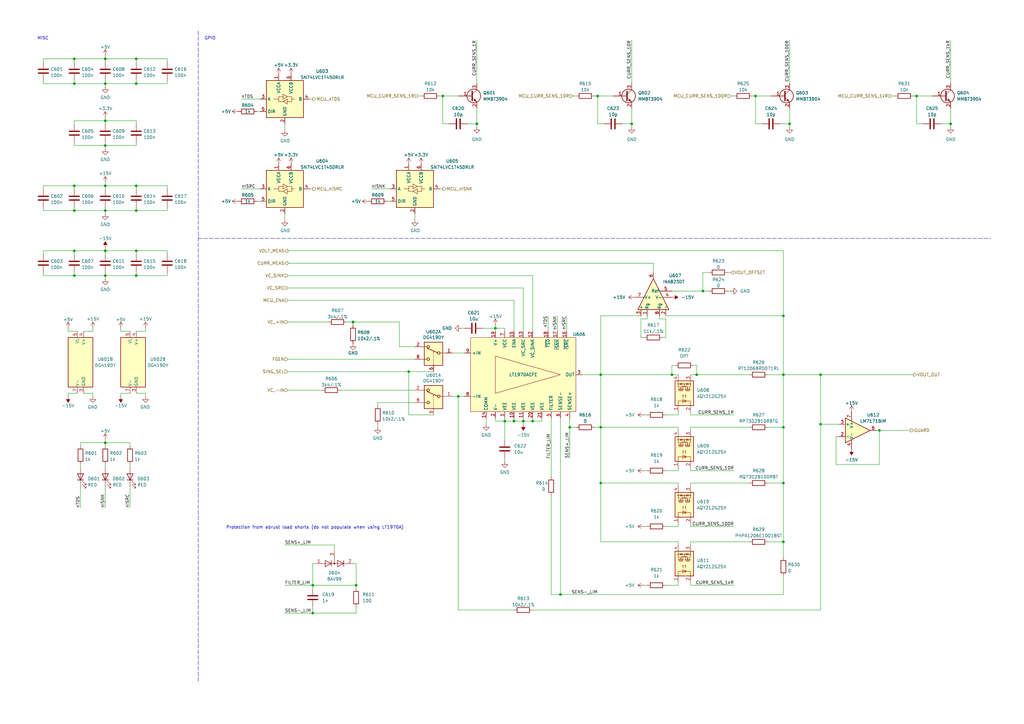
<source format=kicad_sch>
(kicad_sch (version 20211123) (generator eeschema)
  (paper "A3")
  (lib_symbols
    (symbol "Amplifier_Operational:LM7171xIM" (pin_names (offset 0.127))
      (property "Reference" "U" (at 0 6.35 0))
      (property "Value" "LM7171xIM" (at 0 3.81 0))
      (symbol "LM7171xIM_1_1"
        (pin no_connect line (at 0 7.62 270) (length 5.08) hide (name "NC") (number "1"))
        (pin input line (at -7.62 -2.54 0) (length 2.54) (name "-") (number "2"))
        (pin input line (at -7.62 2.54 0) (length 2.54) (name "+") (number "3"))
        (pin power_in line (at -2.54 -7.62 90) (length 3.81) (name "V-") (number "4"))
        (pin no_connect line (at 0 -7.62 90) (length 5.08) hide (name "NC") (number "5"))
        (pin output line (at 7.62 0 180) (length 2.54) (name "~") (number "6"))
        (pin power_in line (at -2.54 7.62 270) (length 3.81) (name "V+") (number "7"))
        (pin no_connect line (at 2.54 -7.62 90) (length 6.35) hide (name "NC") (number "8"))
      )
    )
    (symbol "Analog_Switch:DG419xY" (pin_names (offset 0.254))
      (property "Reference" "U" (at -3.175 4.699 0))
      (property "Value" "DG419xY" (at -3.175 2.921 0))
      (symbol "DG419xY_1_1"
        (pin passive line (at -7.62 -2.54 0) (length 2.54) (name "~") (number "1"))
        (pin passive line (at 7.62 0 180) (length 2.54) (name "~") (number "2"))
        (pin input line (at 0 -10.16 90) (length 2.54) (name "~") (number "6"))
        (pin passive line (at 7.62 -5.08 180) (length 2.54) (name "~") (number "8"))
      )
      (symbol "DG419xY_2_0"
        (pin power_in line (at 0 -12.7 90) (length 2.54) (name "GND") (number "3"))
        (pin power_in line (at 0 12.7 270) (length 2.54) (name "V+") (number "4"))
        (pin power_in line (at 2.54 12.7 270) (length 2.54) (name "VL") (number "5"))
        (pin power_in line (at 2.54 -12.7 90) (length 2.54) (name "V-") (number "7"))
      )
    )
    (symbol "Device:C" (pin_numbers hide) (pin_names (offset 0.254))
      (property "Reference" "C" (at 0.635 2.54 0))
      (property "Value" "C" (at 0.635 -2.54 0))
      (symbol "C_1_1"
        (pin passive line (at 0 3.81 270) (length 2.794) (name "~") (number "1"))
        (pin passive line (at 0 -3.81 90) (length 2.794) (name "~") (number "2"))
      )
    )
    (symbol "Device:LED" (pin_numbers hide) (pin_names (offset 1.016) hide)
      (property "Reference" "D" (at 0 2.54 0))
      (property "Value" "LED" (at 0 -2.54 0))
      (symbol "LED_1_1"
        (pin passive line (at -3.81 0 0) (length 2.54) (name "K") (number "1"))
        (pin passive line (at 3.81 0 180) (length 2.54) (name "A") (number "2"))
      )
    )
    (symbol "Device:R" (pin_numbers hide) (pin_names (offset 0))
      (property "Reference" "R" (at 2.032 0 90))
      (property "Value" "R" (at 0 0 90))
      (symbol "R_1_1"
        (pin passive line (at 0 3.81 270) (length 1.27) (name "~") (number "1"))
        (pin passive line (at 0 -3.81 90) (length 1.27) (name "~") (number "2"))
      )
    )
    (symbol "Diode:BAV99" (pin_names hide)
      (property "Reference" "D" (at 0 5.08 0))
      (property "Value" "BAV99" (at 0 2.54 0))
      (symbol "BAV99_1_1"
        (pin passive line (at -7.62 0 0) (length 2.54) (name "K") (number "1"))
        (pin passive line (at 7.62 0 180) (length 2.54) (name "A") (number "2"))
        (pin passive line (at 0 -5.08 90) (length 2.54) (name "K") (number "3"))
      )
    )
    (symbol "ETH1CSMU2:AQY212GS" (pin_names (offset 1.016))
      (property "Reference" "U" (at 0 7.62 0))
      (property "Value" "AQY212GS" (at 0 5.08 0))
      (symbol "AQY212GS_1_1"
        (pin passive line (at -7.62 2.54 0) (length 2.54) (name "~") (number "1"))
        (pin passive line (at -7.62 -2.54 0) (length 2.54) (name "~") (number "2"))
        (pin passive line (at 7.62 -2.54 180) (length 2.54) (name "~") (number "3"))
        (pin passive line (at 7.62 2.54 180) (length 2.54) (name "~") (number "4"))
      )
    )
    (symbol "ETH1CSMU2:INA823" (pin_names (offset 0.127))
      (property "Reference" "U" (at 3.81 3.175 0))
      (property "Value" "INA823" (at 3.81 -3.175 0))
      (symbol "INA823_1_1"
        (pin passive line (at -7.62 2.54 0) (length 2.54) (name "Rg") (number "1"))
        (pin input line (at -7.62 -5.08 0) (length 2.54) (name "-") (number "2"))
        (pin input line (at -7.62 5.08 0) (length 2.54) (name "+") (number "3"))
        (pin power_in line (at 0 -7.62 90) (length 3.81) (name "V-") (number "4"))
        (pin input line (at 2.54 -7.62 90) (length 5.08) (name "Ref") (number "5"))
        (pin output line (at 10.16 0 180) (length 2.54) (name "~") (number "6"))
        (pin power_in line (at 0 7.62 270) (length 3.81) (name "V+") (number "7"))
        (pin passive line (at -7.62 -2.54 0) (length 2.54) (name "Rg") (number "8"))
      )
    )
    (symbol "LT1970_1"
      (property "Reference" "U" (at 0 29.21 0))
      (property "Value" "LT1970_1" (at 0 26.67 0))
      (symbol "LT1970_1_0_0"
        (pin passive line (at -7.62 -17.78 90) (length 2.54) (name "VEE") (number "1"))
        (pin passive line (at -3.81 -17.78 90) (length 2.54) (name "VEE") (number "10"))
        (pin passive line (at 0 -17.78 90) (length 2.54) (name "VEE") (number "11"))
        (pin passive line (at 3.81 17.78 270) (length 2.54) (name "VC_SINK") (number "12"))
        (pin passive line (at 0 17.78 270) (length 2.54) (name "VC_SRC") (number "13"))
        (pin passive line (at -15.24 -17.78 90) (length 2.54) (name "COMM") (number "14"))
        (pin input line (at -3.81 17.78 270) (length 2.54) (name "ENA") (number "15"))
        (pin output line (at 17.78 17.78 270) (length 2.54) (name "~{ISRC}") (number "16"))
        (pin output line (at 13.97 17.78 270) (length 2.54) (name "~{ISNK}") (number "17"))
        (pin output line (at 10.16 17.78 270) (length 2.54) (name "~{TSD}") (number "18"))
        (pin passive line (at -11.43 17.78 270) (length 2.54) (name "V+") (number "19"))
        (pin passive line (at -11.43 -17.78 90) (length 2.54) (name "V-") (number "2"))
        (pin passive line (at 3.81 -17.78 90) (length 2.54) (name "VEE") (number "20"))
        (pin passive line (at 7.62 -17.78 90) (length 2.54) (name "VEE") (number "21"))
        (pin output line (at 24.13 0 180) (length 2.54) (name "OUT") (number "3"))
        (pin input line (at 19.05 -17.78 90) (length 2.54) (name "SENSE+") (number "4"))
        (pin input line (at 11.43 -17.78 90) (length 2.54) (name "FILTER") (number "5"))
        (pin input line (at 15.24 -17.78 90) (length 2.54) (name "SENSE-") (number "6"))
        (pin passive line (at -7.62 17.78 270) (length 2.54) (name "VCC") (number "7"))
        (pin input line (at -24.13 -8.89 0) (length 2.54) (name "-IN") (number "8"))
        (pin input line (at -24.13 8.89 0) (length 2.54) (name "+IN") (number "9"))
      )
    )
    (symbol "Logic_LevelTranslator:SN74LVC1T45DBV"
      (property "Reference" "U" (at -6.35 8.89 0))
      (property "Value" "SN74LVC1T45DBV" (at 3.81 8.89 0))
      (symbol "SN74LVC1T45DBV_1_1"
        (pin power_in line (at -2.54 10.16 270) (length 2.54) (name "VCCA") (number "1"))
        (pin power_in line (at 0 -10.16 90) (length 2.54) (name "GND") (number "2"))
        (pin bidirectional line (at -10.16 0 0) (length 2.54) (name "A") (number "3"))
        (pin bidirectional line (at 10.16 0 180) (length 2.54) (name "B") (number "4"))
        (pin input line (at -10.16 -5.08 0) (length 2.54) (name "DIR") (number "5"))
        (pin power_in line (at 2.54 10.16 270) (length 2.54) (name "VCCB") (number "6"))
      )
    )
    (symbol "Transistor_BJT:MMBT3904" (pin_names (offset 0) hide)
      (property "Reference" "Q" (at 5.08 1.905 0))
      (property "Value" "MMBT3904" (at 5.08 0 0))
      (symbol "MMBT3904_1_1"
        (pin input line (at -5.08 0 0) (length 5.715) (name "B") (number "1"))
        (pin passive line (at 2.54 -5.08 90) (length 2.54) (name "E") (number "2"))
        (pin passive line (at 2.54 5.08 270) (length 2.54) (name "C") (number "3"))
      )
    )
    (symbol "power:+15V" (power) (pin_names (offset 0))
      (property "Value" "+15V" (at 0 3.556 0))
      (symbol "+15V_1_1"
        (pin power_in line (at 0 0 90) (length 0) hide (name "+15V") (number "1"))
      )
    )
    (symbol "power:+3.3V" (power) (pin_names (offset 0))
      (property "Value" "+3.3V" (at 0 3.556 0))
      (symbol "+3.3V_1_1"
        (pin power_in line (at 0 0 90) (length 0) hide (name "+3.3V") (number "1"))
      )
    )
    (symbol "power:+5V" (power) (pin_names (offset 0))
      (property "Value" "+5V" (at 0 3.556 0))
      (symbol "+5V_1_1"
        (pin power_in line (at 0 0 90) (length 0) hide (name "+5V") (number "1"))
      )
    )
    (symbol "power:-15V" (power) (pin_names (offset 0))
      (property "Value" "-15V" (at 0 3.81 0))
      (symbol "-15V_0_0"
        (pin power_in line (at 0 0 90) (length 0) hide (name "-15V") (number "1"))
      )
    )
    (symbol "power:GND" (power) (pin_names (offset 0))
      (property "Value" "GND" (at 0 -3.81 0))
      (symbol "GND_1_1"
        (pin power_in line (at 0 0 270) (length 0) hide (name "GND") (number "1"))
      )
    )
  )
  (junction (at 43.18 49.53))
  (junction (at 245.11 39.37))
  (junction (at 43.18 24.13))
  (junction (at 146.05 240.03))
  (junction (at 30.48 102.87))
  (junction (at 285.75 153.67))
  (junction (at 30.48 24.13))
  (junction (at 218.44 172.72))
  (junction (at 246.38 175.26))
  (junction (at 375.92 39.37))
  (junction (at 30.48 34.29))
  (junction (at 55.88 102.87))
  (junction (at 128.27 251.46))
  (junction (at 321.31 153.67))
  (junction (at 55.88 34.29))
  (junction (at 246.38 153.67))
  (junction (at 30.48 113.03))
  (junction (at 55.88 86.36))
  (junction (at 321.31 175.26))
  (junction (at 275.59 153.67))
  (junction (at 336.55 173.99))
  (junction (at 144.78 132.08))
  (junction (at 55.88 113.03))
  (junction (at 229.87 243.84))
  (junction (at 233.68 175.26))
  (junction (at 55.88 24.13))
  (junction (at 187.96 162.56))
  (junction (at 246.38 198.12))
  (junction (at 210.82 172.72))
  (junction (at 30.48 76.2))
  (junction (at 321.31 222.25))
  (junction (at 30.48 86.36))
  (junction (at 43.18 76.2))
  (junction (at 55.88 76.2))
  (junction (at 43.18 34.29))
  (junction (at 43.18 181.61))
  (junction (at 43.18 113.03))
  (junction (at 207.01 172.72))
  (junction (at 336.55 153.67))
  (junction (at 43.18 86.36))
  (junction (at 128.27 240.03))
  (junction (at 214.63 172.72))
  (junction (at 167.64 152.4))
  (junction (at 360.68 176.53))
  (junction (at 389.89 50.8))
  (junction (at 43.18 59.69))
  (junction (at 181.61 39.37))
  (junction (at 259.08 50.8))
  (junction (at 309.88 39.37))
  (junction (at 321.31 198.12))
  (junction (at 323.85 50.8))
  (junction (at 203.2 134.62))
  (junction (at 321.31 129.54))
  (junction (at 288.29 119.38))
  (junction (at 195.58 50.8))
  (junction (at 43.18 102.87))
  (wire (pts (xy 336.55 250.19) (xy 336.55 173.99)))
  (wire (pts (xy 181.61 39.37) (xy 187.96 39.37)))
  (wire (pts (xy 27.94 162.56) (xy 27.94 161.29)))
  (wire (pts (xy 43.18 74.93) (xy 43.18 76.2)))
  (wire (pts (xy 187.96 162.56) (xy 187.96 250.19)))
  (wire (pts (xy 199.39 173.99) (xy 199.39 171.45)))
  (wire (pts (xy 214.63 172.72) (xy 218.44 172.72)))
  (wire (pts (xy 360.68 176.53) (xy 359.41 176.53)))
  (wire (pts (xy 27.94 134.62) (xy 27.94 135.89)))
  (wire (pts (xy 128.27 251.46) (xy 128.27 248.92)))
  (wire (pts (xy 233.68 175.26) (xy 236.22 175.26)))
  (wire (pts (xy 30.48 85.09) (xy 30.48 86.36)))
  (wire (pts (xy 226.06 171.45) (xy 226.06 195.58)))
  (wire (pts (xy 43.18 58.42) (xy 43.18 59.69)))
  (wire (pts (xy 137.16 226.06) (xy 137.16 223.52)))
  (wire (pts (xy 187.96 162.56) (xy 190.5 162.56)))
  (wire (pts (xy 68.58 86.36) (xy 68.58 85.09)))
  (wire (pts (xy 271.78 138.43) (xy 273.05 138.43)))
  (wire (pts (xy 128.27 240.03) (xy 128.27 241.3)))
  (wire (pts (xy 278.13 175.26) (xy 246.38 175.26)))
  (wire (pts (xy 43.18 113.03) (xy 43.18 111.76)))
  (wire (pts (xy 273.05 138.43) (xy 273.05 130.81)))
  (wire (pts (xy 33.02 190.5) (xy 33.02 191.77)))
  (wire (pts (xy 163.83 142.24) (xy 163.83 132.08)))
  (wire (pts (xy 259.08 34.29) (xy 259.08 16.51)))
  (wire (pts (xy 207.01 187.96) (xy 207.01 189.23)))
  (wire (pts (xy 180.34 39.37) (xy 181.61 39.37)))
  (wire (pts (xy 262.89 130.81) (xy 262.89 138.43)))
  (wire (pts (xy 116.84 251.46) (xy 128.27 251.46)))
  (wire (pts (xy 299.72 39.37) (xy 300.99 39.37)))
  (wire (pts (xy 210.82 123.19) (xy 210.82 135.89)))
  (wire (pts (xy 167.64 170.18) (xy 177.8 170.18)))
  (wire (pts (xy 273.05 170.18) (xy 278.13 170.18)))
  (wire (pts (xy 53.34 135.89) (xy 49.53 135.89)))
  (wire (pts (xy 218.44 113.03) (xy 218.44 135.89)))
  (wire (pts (xy 246.38 129.54) (xy 246.38 153.67)))
  (wire (pts (xy 144.78 132.08) (xy 144.78 133.35)))
  (wire (pts (xy 246.38 198.12) (xy 246.38 222.25)))
  (wire (pts (xy 118.11 132.08) (xy 134.62 132.08)))
  (wire (pts (xy 320.04 50.8) (xy 323.85 50.8)))
  (wire (pts (xy 30.48 76.2) (xy 17.78 76.2)))
  (wire (pts (xy 278.13 198.12) (xy 246.38 198.12)))
  (wire (pts (xy 17.78 111.76) (xy 17.78 113.03)))
  (polyline (pts (xy 81.28 97.79) (xy 406.4 97.79)))
  (wire (pts (xy 55.88 24.13) (xy 43.18 24.13)))
  (wire (pts (xy 170.18 87.63) (xy 170.18 90.17)))
  (wire (pts (xy 386.08 50.8) (xy 389.89 50.8)))
  (wire (pts (xy 43.18 49.53) (xy 30.48 49.53)))
  (wire (pts (xy 283.21 191.77) (xy 283.21 193.04)))
  (wire (pts (xy 375.92 39.37) (xy 382.27 39.37)))
  (wire (pts (xy 55.88 86.36) (xy 68.58 86.36)))
  (wire (pts (xy 118.11 107.95) (xy 267.97 107.95)))
  (wire (pts (xy 273.05 129.54) (xy 321.31 129.54)))
  (wire (pts (xy 207.01 134.62) (xy 203.2 134.62)))
  (wire (pts (xy 321.31 129.54) (xy 321.31 153.67)))
  (wire (pts (xy 246.38 153.67) (xy 275.59 153.67)))
  (wire (pts (xy 43.18 86.36) (xy 55.88 86.36)))
  (wire (pts (xy 68.58 24.13) (xy 55.88 24.13)))
  (wire (pts (xy 53.34 190.5) (xy 53.34 191.77)))
  (wire (pts (xy 181.61 77.47) (xy 180.34 77.47)))
  (wire (pts (xy 299.72 119.38) (xy 298.45 119.38)))
  (wire (pts (xy 59.69 134.62) (xy 59.69 135.89)))
  (wire (pts (xy 273.05 240.03) (xy 278.13 240.03)))
  (wire (pts (xy 307.34 222.25) (xy 283.21 222.25)))
  (wire (pts (xy 224.79 129.54) (xy 224.79 135.89)))
  (wire (pts (xy 128.27 40.64) (xy 127 40.64)))
  (wire (pts (xy 43.18 190.5) (xy 43.18 191.77)))
  (wire (pts (xy 203.2 134.62) (xy 203.2 135.89)))
  (wire (pts (xy 278.13 223.52) (xy 278.13 222.25)))
  (wire (pts (xy 55.88 49.53) (xy 43.18 49.53)))
  (wire (pts (xy 283.21 240.03) (xy 300.99 240.03)))
  (wire (pts (xy 30.48 24.13) (xy 17.78 24.13)))
  (wire (pts (xy 17.78 33.02) (xy 17.78 34.29)))
  (wire (pts (xy 43.18 101.6) (xy 43.18 102.87)))
  (wire (pts (xy 43.18 59.69) (xy 43.18 60.96)))
  (wire (pts (xy 218.44 171.45) (xy 218.44 172.72)))
  (wire (pts (xy 17.78 113.03) (xy 30.48 113.03)))
  (wire (pts (xy 321.31 153.67) (xy 314.96 153.67)))
  (wire (pts (xy 321.31 129.54) (xy 321.31 102.87)))
  (wire (pts (xy 118.11 113.03) (xy 218.44 113.03)))
  (wire (pts (xy 43.18 59.69) (xy 55.88 59.69)))
  (wire (pts (xy 99.06 77.47) (xy 106.68 77.47)))
  (wire (pts (xy 30.48 58.42) (xy 30.48 59.69)))
  (wire (pts (xy 146.05 240.03) (xy 146.05 241.3)))
  (wire (pts (xy 265.43 129.54) (xy 265.43 130.81)))
  (wire (pts (xy 284.48 149.86) (xy 285.75 149.86)))
  (wire (pts (xy 273.05 215.9) (xy 278.13 215.9)))
  (wire (pts (xy 210.82 250.19) (xy 187.96 250.19)))
  (polyline (pts (xy 81.28 12.7) (xy 81.28 279.4)))
  (wire (pts (xy 68.58 34.29) (xy 68.58 33.02)))
  (wire (pts (xy 312.42 50.8) (xy 309.88 50.8)))
  (wire (pts (xy 43.18 180.34) (xy 43.18 181.61)))
  (wire (pts (xy 144.78 231.14) (xy 146.05 231.14)))
  (wire (pts (xy 298.45 111.76) (xy 299.72 111.76)))
  (wire (pts (xy 59.69 161.29) (xy 55.88 161.29)))
  (wire (pts (xy 118.11 152.4) (xy 167.64 152.4)))
  (wire (pts (xy 146.05 251.46) (xy 146.05 248.92)))
  (wire (pts (xy 17.78 34.29) (xy 30.48 34.29)))
  (wire (pts (xy 344.17 179.07) (xy 342.9 179.07)))
  (wire (pts (xy 43.18 199.39) (xy 43.18 208.28)))
  (wire (pts (xy 207.01 172.72) (xy 207.01 180.34)))
  (wire (pts (xy 283.21 168.91) (xy 283.21 170.18)))
  (wire (pts (xy 17.78 85.09) (xy 17.78 86.36)))
  (wire (pts (xy 264.16 215.9) (xy 265.43 215.9)))
  (wire (pts (xy 233.68 175.26) (xy 233.68 187.96)))
  (wire (pts (xy 285.75 153.67) (xy 307.34 153.67)))
  (wire (pts (xy 43.18 77.47) (xy 43.18 76.2)))
  (wire (pts (xy 43.18 48.26) (xy 43.18 49.53)))
  (wire (pts (xy 49.53 161.29) (xy 53.34 161.29)))
  (wire (pts (xy 68.58 77.47) (xy 68.58 76.2)))
  (wire (pts (xy 228.6 129.54) (xy 228.6 135.89)))
  (wire (pts (xy 170.18 142.24) (xy 163.83 142.24)))
  (wire (pts (xy 30.48 76.2) (xy 30.48 77.47)))
  (wire (pts (xy 163.83 132.08) (xy 144.78 132.08)))
  (wire (pts (xy 30.48 24.13) (xy 30.48 25.4)))
  (wire (pts (xy 68.58 25.4) (xy 68.58 24.13)))
  (wire (pts (xy 30.48 34.29) (xy 43.18 34.29)))
  (wire (pts (xy 43.18 113.03) (xy 43.18 114.3)))
  (wire (pts (xy 167.64 152.4) (xy 177.8 152.4)))
  (wire (pts (xy 17.78 76.2) (xy 17.78 77.47)))
  (wire (pts (xy 55.88 24.13) (xy 55.88 25.4)))
  (wire (pts (xy 288.29 111.76) (xy 288.29 119.38)))
  (wire (pts (xy 55.88 102.87) (xy 43.18 102.87)))
  (wire (pts (xy 128.27 251.46) (xy 146.05 251.46)))
  (wire (pts (xy 55.88 34.29) (xy 68.58 34.29)))
  (wire (pts (xy 68.58 76.2) (xy 55.88 76.2)))
  (wire (pts (xy 360.68 176.53) (xy 373.38 176.53)))
  (wire (pts (xy 129.54 231.14) (xy 128.27 231.14)))
  (wire (pts (xy 99.06 40.64) (xy 106.68 40.64)))
  (wire (pts (xy 106.68 45.72) (xy 105.41 45.72)))
  (wire (pts (xy 128.27 77.47) (xy 127 77.47)))
  (wire (pts (xy 234.95 39.37) (xy 236.22 39.37)))
  (wire (pts (xy 323.85 34.29) (xy 323.85 16.51)))
  (wire (pts (xy 171.45 39.37) (xy 172.72 39.37)))
  (wire (pts (xy 43.18 86.36) (xy 43.18 87.63)))
  (wire (pts (xy 43.18 34.29) (xy 43.18 35.56)))
  (wire (pts (xy 321.31 236.22) (xy 321.31 243.84)))
  (wire (pts (xy 246.38 175.26) (xy 246.38 198.12)))
  (wire (pts (xy 17.78 24.13) (xy 17.78 25.4)))
  (wire (pts (xy 283.21 198.12) (xy 283.21 199.39)))
  (wire (pts (xy 43.18 34.29) (xy 55.88 34.29)))
  (wire (pts (xy 43.18 34.29) (xy 43.18 33.02)))
  (wire (pts (xy 31.75 135.89) (xy 27.94 135.89)))
  (wire (pts (xy 59.69 162.56) (xy 59.69 161.29)))
  (wire (pts (xy 323.85 50.8) (xy 323.85 44.45)))
  (wire (pts (xy 264.16 170.18) (xy 265.43 170.18)))
  (wire (pts (xy 195.58 50.8) (xy 195.58 52.07)))
  (wire (pts (xy 49.53 162.56) (xy 49.53 161.29)))
  (wire (pts (xy 184.15 50.8) (xy 181.61 50.8)))
  (wire (pts (xy 55.88 77.47) (xy 55.88 76.2)))
  (wire (pts (xy 273.05 130.81) (xy 270.51 130.81)))
  (wire (pts (xy 283.21 222.25) (xy 283.21 223.52)))
  (wire (pts (xy 27.94 161.29) (xy 31.75 161.29)))
  (wire (pts (xy 243.84 39.37) (xy 245.11 39.37)))
  (wire (pts (xy 43.18 104.14) (xy 43.18 102.87)))
  (wire (pts (xy 185.42 162.56) (xy 187.96 162.56)))
  (wire (pts (xy 278.13 191.77) (xy 278.13 193.04)))
  (wire (pts (xy 17.78 102.87) (xy 17.78 104.14)))
  (wire (pts (xy 55.88 76.2) (xy 43.18 76.2)))
  (wire (pts (xy 160.02 82.55) (xy 158.75 82.55)))
  (wire (pts (xy 55.88 33.02) (xy 55.88 34.29)))
  (wire (pts (xy 229.87 243.84) (xy 321.31 243.84)))
  (wire (pts (xy 53.34 181.61) (xy 53.34 182.88)))
  (wire (pts (xy 181.61 50.8) (xy 181.61 39.37)))
  (wire (pts (xy 262.89 138.43) (xy 264.16 138.43)))
  (wire (pts (xy 314.96 222.25) (xy 321.31 222.25)))
  (wire (pts (xy 43.18 181.61) (xy 53.34 181.61)))
  (wire (pts (xy 378.46 50.8) (xy 375.92 50.8)))
  (wire (pts (xy 38.1 135.89) (xy 34.29 135.89)))
  (wire (pts (xy 43.18 49.53) (xy 43.18 50.8)))
  (wire (pts (xy 195.58 34.29) (xy 195.58 16.51)))
  (wire (pts (xy 314.96 198.12) (xy 321.31 198.12)))
  (wire (pts (xy 309.88 39.37) (xy 316.23 39.37)))
  (wire (pts (xy 43.18 113.03) (xy 55.88 113.03)))
  (wire (pts (xy 43.18 22.86) (xy 43.18 24.13)))
  (wire (pts (xy 342.9 190.5) (xy 360.68 190.5)))
  (wire (pts (xy 336.55 173.99) (xy 336.55 153.67)))
  (wire (pts (xy 278.13 176.53) (xy 278.13 175.26)))
  (wire (pts (xy 323.85 50.8) (xy 323.85 52.07)))
  (wire (pts (xy 128.27 231.14) (xy 128.27 240.03)))
  (wire (pts (xy 30.48 59.69) (xy 43.18 59.69)))
  (wire (pts (xy 116.84 50.8) (xy 116.84 53.34)))
  (wire (pts (xy 195.58 50.8) (xy 195.58 44.45)))
  (wire (pts (xy 245.11 50.8) (xy 245.11 39.37)))
  (wire (pts (xy 389.89 50.8) (xy 389.89 52.07)))
  (wire (pts (xy 207.01 171.45) (xy 207.01 172.72)))
  (wire (pts (xy 30.48 102.87) (xy 43.18 102.87)))
  (wire (pts (xy 259.08 50.8) (xy 259.08 44.45)))
  (wire (pts (xy 276.86 149.86) (xy 275.59 149.86)))
  (wire (pts (xy 283.21 170.18) (xy 300.99 170.18)))
  (wire (pts (xy 273.05 193.04) (xy 278.13 193.04)))
  (wire (pts (xy 55.88 59.69) (xy 55.88 58.42)))
  (wire (pts (xy 53.34 199.39) (xy 53.34 208.28)))
  (wire (pts (xy 283.21 193.04) (xy 300.99 193.04)))
  (wire (pts (xy 38.1 162.56) (xy 38.1 161.29)))
  (wire (pts (xy 116.84 87.63) (xy 116.84 90.17)))
  (wire (pts (xy 285.75 149.86) (xy 285.75 153.67)))
  (wire (pts (xy 245.11 39.37) (xy 251.46 39.37)))
  (wire (pts (xy 203.2 172.72) (xy 203.2 171.45)))
  (wire (pts (xy 207.01 172.72) (xy 203.2 172.72)))
  (wire (pts (xy 321.31 222.25) (xy 321.31 228.6)))
  (wire (pts (xy 229.87 243.84) (xy 226.06 243.84)))
  (wire (pts (xy 33.02 182.88) (xy 33.02 181.61)))
  (wire (pts (xy 336.55 153.67) (xy 374.65 153.67)))
  (wire (pts (xy 30.48 102.87) (xy 17.78 102.87)))
  (wire (pts (xy 170.18 165.1) (xy 154.94 165.1)))
  (wire (pts (xy 321.31 102.87) (xy 118.11 102.87)))
  (wire (pts (xy 55.88 113.03) (xy 68.58 113.03)))
  (wire (pts (xy 154.94 165.1) (xy 154.94 166.37)))
  (wire (pts (xy 68.58 104.14) (xy 68.58 102.87)))
  (wire (pts (xy 232.41 129.54) (xy 232.41 135.89)))
  (wire (pts (xy 278.13 214.63) (xy 278.13 215.9)))
  (wire (pts (xy 38.1 161.29) (xy 34.29 161.29)))
  (wire (pts (xy 43.18 25.4) (xy 43.18 24.13)))
  (wire (pts (xy 17.78 86.36) (xy 30.48 86.36)))
  (wire (pts (xy 360.68 190.5) (xy 360.68 176.53)))
  (wire (pts (xy 255.27 50.8) (xy 259.08 50.8)))
  (wire (pts (xy 321.31 198.12) (xy 321.31 175.26)))
  (wire (pts (xy 146.05 231.14) (xy 146.05 240.03)))
  (wire (pts (xy 365.76 39.37) (xy 367.03 39.37)))
  (wire (pts (xy 389.89 50.8) (xy 389.89 44.45)))
  (wire (pts (xy 152.4 77.47) (xy 160.02 77.47)))
  (wire (pts (xy 267.97 111.76) (xy 267.97 107.95)))
  (wire (pts (xy 307.34 175.26) (xy 283.21 175.26)))
  (wire (pts (xy 321.31 153.67) (xy 336.55 153.67)))
  (wire (pts (xy 203.2 133.35) (xy 203.2 134.62)))
  (wire (pts (xy 30.48 111.76) (xy 30.48 113.03)))
  (wire (pts (xy 68.58 113.03) (xy 68.58 111.76)))
  (wire (pts (xy 118.11 118.11) (xy 214.63 118.11)))
  (wire (pts (xy 207.01 172.72) (xy 210.82 172.72)))
  (wire (pts (xy 314.96 175.26) (xy 321.31 175.26)))
  (wire (pts (xy 288.29 119.38) (xy 290.83 119.38)))
  (wire (pts (xy 137.16 223.52) (xy 116.84 223.52)))
  (wire (pts (xy 43.18 86.36) (xy 43.18 85.09)))
  (wire (pts (xy 283.21 153.67) (xy 285.75 153.67)))
  (wire (pts (xy 33.02 181.61) (xy 43.18 181.61)))
  (wire (pts (xy 278.13 168.91) (xy 278.13 170.18)))
  (wire (pts (xy 38.1 134.62) (xy 38.1 135.89)))
  (wire (pts (xy 191.77 50.8) (xy 195.58 50.8)))
  (wire (pts (xy 106.68 82.55) (xy 105.41 82.55)))
  (wire (pts (xy 116.84 240.03) (xy 128.27 240.03)))
  (wire (pts (xy 246.38 175.26) (xy 246.38 153.67)))
  (wire (pts (xy 290.83 111.76) (xy 288.29 111.76)))
  (wire (pts (xy 283.21 238.76) (xy 283.21 240.03)))
  (wire (pts (xy 142.24 132.08) (xy 144.78 132.08)))
  (wire (pts (xy 389.89 34.29) (xy 389.89 16.51)))
  (wire (pts (xy 30.48 86.36) (xy 43.18 86.36)))
  (wire (pts (xy 59.69 135.89) (xy 55.88 135.89)))
  (wire (pts (xy 270.51 129.54) (xy 270.51 130.81)))
  (wire (pts (xy 68.58 102.87) (xy 55.88 102.87)))
  (wire (pts (xy 218.44 250.19) (xy 336.55 250.19)))
  (wire (pts (xy 189.23 134.62) (xy 190.5 134.62)))
  (wire (pts (xy 30.48 76.2) (xy 43.18 76.2)))
  (wire (pts (xy 264.16 240.03) (xy 265.43 240.03)))
  (wire (pts (xy 375.92 50.8) (xy 375.92 39.37)))
  (wire (pts (xy 238.76 153.67) (xy 246.38 153.67)))
  (wire (pts (xy 247.65 50.8) (xy 245.11 50.8)))
  (wire (pts (xy 259.08 50.8) (xy 259.08 52.07)))
  (wire (pts (xy 154.94 173.99) (xy 154.94 175.26)))
  (wire (pts (xy 243.84 175.26) (xy 246.38 175.26)))
  (wire (pts (xy 30.48 49.53) (xy 30.48 50.8)))
  (wire (pts (xy 210.82 172.72) (xy 214.63 172.72)))
  (wire (pts (xy 118.11 123.19) (xy 210.82 123.19)))
  (wire (pts (xy 30.48 113.03) (xy 43.18 113.03)))
  (wire (pts (xy 309.88 50.8) (xy 309.88 39.37)))
  (wire (pts (xy 246.38 129.54) (xy 262.89 129.54)))
  (wire (pts (xy 264.16 193.04) (xy 265.43 193.04)))
  (wire (pts (xy 207.01 135.89) (xy 207.01 134.62)))
  (wire (pts (xy 198.12 134.62) (xy 203.2 134.62)))
  (wire (pts (xy 210.82 171.45) (xy 210.82 172.72)))
  (wire (pts (xy 226.06 203.2) (xy 226.06 243.84)))
  (wire (pts (xy 185.42 144.78) (xy 190.5 144.78)))
  (wire (pts (xy 214.63 172.72) (xy 214.63 173.99)))
  (wire (pts (xy 43.18 24.13) (xy 30.48 24.13)))
  (wire (pts (xy 342.9 179.07) (xy 342.9 190.5)))
  (wire (pts (xy 139.7 160.02) (xy 170.18 160.02)))
  (wire (pts (xy 55.88 50.8) (xy 55.88 49.53)))
  (wire (pts (xy 118.11 160.02) (xy 132.08 160.02)))
  (wire (pts (xy 55.88 113.03) (xy 55.88 111.76)))
  (wire (pts (xy 214.63 118.11) (xy 214.63 135.89)))
  (wire (pts (xy 278.13 222.25) (xy 246.38 222.25)))
  (wire (pts (xy 233.68 171.45) (xy 233.68 175.26)))
  (wire (pts (xy 275.59 153.67) (xy 278.13 153.67)))
  (wire (pts (xy 55.88 104.14) (xy 55.88 102.87)))
  (wire (pts (xy 265.43 130.81) (xy 262.89 130.81)))
  (wire (pts (xy 43.18 181.61) (xy 43.18 182.88)))
  (wire (pts (xy 283.21 215.9) (xy 300.99 215.9)))
  (wire (pts (xy 275.59 149.86) (xy 275.59 153.67)))
  (wire (pts (xy 229.87 171.45) (xy 229.87 243.84)))
  (wire (pts (xy 214.63 171.45) (xy 214.63 172.72)))
  (wire (pts (xy 128.27 240.03) (xy 146.05 240.03)))
  (wire (pts (xy 283.21 214.63) (xy 283.21 215.9)))
  (wire (pts (xy 167.64 152.4) (xy 167.64 170.18)))
  (wire (pts (xy 374.65 39.37) (xy 375.92 39.37)))
  (wire (pts (xy 49.53 134.62) (xy 49.53 135.89)))
  (wire (pts (xy 308.61 39.37) (xy 309.88 39.37)))
  (wire (pts (xy 321.31 175.26) (xy 321.31 153.67)))
  (wire (pts (xy 278.13 238.76) (xy 278.13 240.03)))
  (wire (pts (xy 30.48 102.87) (xy 30.48 104.14)))
  (wire (pts (xy 336.55 173.99) (xy 344.17 173.99)))
  (wire (pts (xy 118.11 147.32) (xy 170.18 147.32)))
  (wire (pts (xy 30.48 33.02) (xy 30.48 34.29)))
  (wire (pts (xy 321.31 198.12) (xy 321.31 222.25)))
  (wire (pts (xy 278.13 199.39) (xy 278.13 198.12)))
  (wire (pts (xy 307.34 198.12) (xy 283.21 198.12)))
  (wire (pts (xy 218.44 172.72) (xy 222.25 172.72)))
  (wire (pts (xy 33.02 199.39) (xy 33.02 208.28)))
  (wire (pts (xy 283.21 175.26) (xy 283.21 176.53)))
  (wire (pts (xy 275.59 119.38) (xy 288.29 119.38)))
  (wire (pts (xy 55.88 86.36) (xy 55.88 85.09)))
  (wire (pts (xy 222.25 172.72) (xy 222.25 171.45)))
  (text "Protection from abrust load shorts (do not populate when using LT1970A)" (at 92.71 217.17 0) (effects (font (size 1.27 1.27)) (justify left bottom)))
  (text "MISC" (at 15.24 16.51 0) (effects (font (size 1.27 1.27)) (justify left bottom)))
  (text "GPIO\n" (at 83.82 16.51 0) (effects (font (size 1.27 1.27)) (justify left bottom)))
  (label "nISNK" (at 152.4 77.47 0))
  (label "CURR_SENS_100R" (at 323.85 16.51 270))
  (label "nISNK" (at 228.6 129.54 270))
  (label "nISNK" (at 43.18 208.28 90))
  (label "SENS-_LIM" (at 245.11 243.84 180))
  (label "CURR_SENS_1kR" (at 389.89 16.51 270))
  (label "nISRC" (at 53.34 208.28 90))
  (label "FILTER_LIM" (at 226.06 177.8 270))
  (label "nISRC" (at 99.06 77.47 0))
  (label "FILTER_LIM" (at 116.84 240.03 0))
  (label "CURR_SENS_10R" (at 259.08 16.51 270))
  (label "SENS+_LIM" (at 233.68 187.96 90))
  (label "SENS+_LIM" (at 116.84 223.52 0))
  (label "nTDS" (at 33.02 208.28 90))
  (label "nTDS" (at 224.79 129.54 270))
  (label "CURR_SENS_1kR" (at 300.99 240.03 180))
  (label "nISRC" (at 232.41 129.54 270))
  (label "nTDS" (at 99.06 40.64 0))
  (label "CURR_SENS_10R" (at 300.99 193.04 180))
  (label "CURR_SENS_100R" (at 300.99 215.9 180))
  (label "SENS-_LIM" (at 116.84 251.46 0))
  (label "CURR_SENS_1R" (at 300.99 170.18 180))
  (label "CURR_SENS_1R" (at 195.58 16.51 270))
  (hierarchical_label "MCU_nISNK" (shape output) (at 181.61 77.47 0))
  (hierarchical_label "VC_-IN" (shape input) (at 118.11 160.02 180))
  (hierarchical_label "CURR_MEAS" (shape output) (at 118.11 107.95 180))
  (hierarchical_label "VOUT_OUT" (shape output) (at 374.65 153.67 0))
  (hierarchical_label "VOUT_OFFSET" (shape input) (at 299.72 111.76 0))
  (hierarchical_label "MCU_CURR_SENS_10R" (shape input) (at 234.95 39.37 180))
  (hierarchical_label "MCU_nTDS" (shape output) (at 128.27 40.64 0))
  (hierarchical_label "VC_+IN" (shape input) (at 118.11 132.08 180))
  (hierarchical_label "VC_SRC" (shape input) (at 118.11 118.11 180))
  (hierarchical_label "VC_SINK" (shape input) (at 118.11 113.03 180))
  (hierarchical_label "FGEN" (shape input) (at 118.11 147.32 180))
  (hierarchical_label "MCU_CURR_SENS_1kR" (shape input) (at 365.76 39.37 180))
  (hierarchical_label "MCU_nISRC" (shape output) (at 128.27 77.47 0))
  (hierarchical_label "MCU_CURR_SENS_100R" (shape input) (at 299.72 39.37 180))
  (hierarchical_label "VOLT_MEAS" (shape output) (at 118.11 102.87 180))
  (hierarchical_label "SING_SEL" (shape input) (at 118.11 152.4 180))
  (hierarchical_label "GUARD" (shape output) (at 373.38 176.53 0))
  (hierarchical_label "MCU_CURR_SENS_1R" (shape input) (at 171.45 39.37 180))
  (hierarchical_label "MCU_ENA" (shape input) (at 118.11 123.19 180))
  (symbol (lib_id "power:+5V") (at 49.53 134.62 0) (mirror y) (unit 1)
    (property "Reference" "#PWR0614" (effects hide))
    (property "Value" "+5V" (at 49.53 131.0442 0))
  )
  (symbol (lib_id "Device:R") (at 294.64 111.76 90) (unit 1)
    (property "Reference" "R623" (at 294.64 107.0442 90))
    (property "Value" "0" (at 294.64 109.5811 90))
    (property "Footprint" "Resistor_SMD:R_0603_1608Metric_Pad0.98x0.95mm_HandSolder" (effects hide))
  )
  (symbol (lib_id "Analog_Switch:DG419xY") (at 177.8 160.02 0) (mirror y) (unit 1)
    (property "Reference" "U601" (at 177.8 153.8732 0))
    (property "Value" "DG419DY" (at 177.8 156.21 0))
    (property "Footprint" "Package_SO:SOIC-8_3.9x4.9mm_P1.27mm" (effects hide))
    (property "Datasheet" "https://datasheets.maximintegrated.com/en/ds/DG417-DG419.pdf" (effects hide))
  )
  (symbol (lib_id "power:GND") (at 116.84 53.34 0) (unit 1)
    (property "Reference" "#PWR0622" (effects hide))
    (property "Value" "GND" (at 116.967 57.7342 0))
  )
  (symbol (lib_id "power:+15V") (at 38.1 134.62 0) (mirror y) (unit 1)
    (property "Reference" "#PWR0603" (effects hide))
    (property "Value" "+15V" (at 38.1 130.81 0))
  )
  (symbol (lib_id "power:+15V") (at 203.2 133.35 0) (unit 1)
    (property "Reference" "#PWR0635" (effects hide))
    (property "Value" "+15V" (at 203.2 129.7742 0))
  )
  (symbol (lib_id "Device:R") (at 138.43 132.08 90) (unit 1)
    (property "Reference" "R607" (at 138.43 127.3642 90))
    (property "Value" "3k4/.1%" (at 138.43 129.9011 90))
    (property "Footprint" "Resistor_SMD:R_0603_1608Metric_Pad0.98x0.95mm_HandSolder" (effects hide))
  )
  (symbol (lib_id "Device:LED") (at 53.34 195.58 90) (unit 1)
    (property "Reference" "D603" (at 56.261 196.3328 90) (effects (justify right)))
    (property "Value" "RED" (at 56.261 198.8697 90) (effects (justify right)))
    (property "Footprint" "LED_SMD:LED_0603_1608Metric_Pad1.05x0.95mm_HandSolder" (effects hide))
  )
  (symbol (lib_id "Device:C") (at 194.31 134.62 90) (unit 1)
    (property "Reference" "C621" (at 194.31 128.27 90))
    (property "Value" "10u" (at 194.31 130.81 90))
    (property "Footprint" "Capacitor_SMD:C_1206_3216Metric_Pad1.33x1.80mm_HandSolder" (effects hide))
  )
  (symbol (lib_id "Device:C") (at 17.78 29.21 0) (unit 1)
    (property "Reference" "C601" (at 20.701 28.3753 0) (effects (justify left)))
    (property "Value" "100n" (at 20.701 30.9122 0) (effects (justify left)))
    (property "Footprint" "Capacitor_SMD:C_0603_1608Metric_Pad1.08x0.95mm_HandSolder" (effects hide))
  )
  (symbol (lib_id "power:+3.3V") (at 119.38 67.31 0) (unit 1)
    (property "Reference" "#PWR0625" (effects hide))
    (property "Value" "+3.3V" (at 119.38 63.5 0))
  )
  (symbol (lib_id "power:GND") (at 323.85 52.07 0) (unit 1)
    (property "Reference" "#PWR0646" (effects hide))
    (property "Value" "GND" (at 323.85 57.15 0))
  )
  (symbol (lib_id "Device:C") (at 43.18 29.21 0) (unit 1)
    (property "Reference" "C608" (at 46.101 28.3753 0) (effects (justify left)))
    (property "Value" "100n" (at 46.101 30.9122 0) (effects (justify left)))
    (property "Footprint" "Capacitor_SMD:C_0603_1608Metric_Pad1.08x0.95mm_HandSolder" (effects hide))
  )
  (symbol (lib_id "power:-15V") (at 27.94 162.56 0) (mirror x) (unit 1)
    (property "Reference" "#PWR0602" (effects hide))
    (property "Value" "-15V" (at 27.94 166.37 0))
  )
  (symbol (lib_id "Device:C") (at 316.23 50.8 90) (unit 1)
    (property "Reference" "C624" (at 316.23 44.45 90))
    (property "Value" "10p" (at 316.23 46.99 90))
    (property "Footprint" "Capacitor_SMD:C_0603_1608Metric_Pad1.08x0.95mm_HandSolder" (effects hide))
  )
  (symbol (lib_id "power:+3.3V") (at 119.38 30.48 0) (unit 1)
    (property "Reference" "#PWR0624" (effects hide))
    (property "Value" "+3.3V" (at 119.38 26.67 0))
  )
  (symbol (lib_id "Device:R") (at 33.02 186.69 0) (unit 1)
    (property "Reference" "R601" (at 34.798 185.8553 0) (effects (justify left)))
    (property "Value" "1k" (at 34.798 188.3922 0) (effects (justify left)))
    (property "Footprint" "Resistor_SMD:R_0603_1608Metric_Pad0.98x0.95mm_HandSolder" (effects hide))
  )
  (symbol (lib_id "Device:R") (at 311.15 198.12 90) (unit 1)
    (property "Reference" "R628" (at 311.15 193.04 90))
    (property "Value" "RQ73C2B100RBT" (at 311.15 195.58 90))
    (property "Footprint" "Resistor_SMD:R_1206_3216Metric_Pad1.30x1.75mm_HandSolder" (effects hide))
  )
  (symbol (lib_id "Analog_Switch:DG419xY") (at 177.8 142.24 0) (mirror y) (unit 1)
    (property "Reference" "U602" (at 177.8 136.0932 0))
    (property "Value" "DG419DY" (at 177.8 138.4046 0))
    (property "Footprint" "Package_SO:SOIC-8_3.9x4.9mm_P1.27mm" (effects hide))
    (property "Datasheet" "https://datasheets.maximintegrated.com/en/ds/DG417-DG419.pdf" (effects hide))
  )
  (symbol (lib_id "power:+5V") (at 97.79 82.55 90) (unit 1)
    (property "Reference" "#PWR0619" (effects hide))
    (property "Value" "+5V" (at 92.71 82.55 90))
  )
  (symbol (lib_id "Device:C") (at 55.88 107.95 0) (unit 1)
    (property "Reference" "C615" (at 58.801 107.1153 0) (effects (justify left)))
    (property "Value" "100n" (at 58.801 109.6522 0) (effects (justify left)))
    (property "Footprint" "Capacitor_SMD:C_0603_1608Metric_Pad1.08x0.95mm_HandSolder" (effects hide))
  )
  (symbol (lib_id "Device:R") (at 269.24 193.04 90) (unit 1)
    (property "Reference" "R619" (at 269.24 186.69 90))
    (property "Value" "1k" (at 269.24 189.23 90))
    (property "Footprint" "Resistor_SMD:R_0603_1608Metric_Pad0.98x0.95mm_HandSolder" (effects hide))
  )
  (symbol (lib_id "power:-15V") (at 43.18 101.6 0) (unit 1)
    (property "Reference" "#PWR0611" (effects hide))
    (property "Value" "-15V" (at 43.18 97.79 0))
  )
  (symbol (lib_id "Transistor_BJT:MMBT3904") (at 387.35 39.37 0) (unit 1)
    (property "Reference" "Q604" (at 392.43 38.0999 0) (effects (justify left)))
    (property "Value" "MMBT3904" (at 392.43 40.6399 0) (effects (justify left)))
    (property "Footprint" "Package_TO_SOT_SMD:SOT-23" (effects hide))
    (property "Datasheet" "https://www.onsemi.com/pub/Collateral/2N3903-D.PDF" (effects hide))
  )
  (symbol (lib_id "Device:C") (at 251.46 50.8 90) (unit 1)
    (property "Reference" "C623" (at 251.46 44.45 90))
    (property "Value" "10p" (at 251.46 46.99 90))
    (property "Footprint" "Capacitor_SMD:C_0603_1608Metric_Pad1.08x0.95mm_HandSolder" (effects hide))
  )
  (symbol (lib_id "Device:R") (at 135.89 160.02 90) (unit 1)
    (property "Reference" "R606" (at 135.89 155.3042 90))
    (property "Value" "3k4/.1%" (at 135.89 157.8411 90))
    (property "Footprint" "Resistor_SMD:R_0603_1608Metric_Pad0.98x0.95mm_HandSolder" (effects hide))
  )
  (symbol (lib_id "power:+15V") (at 260.35 121.92 90) (unit 1)
    (property "Reference" "#PWR0639" (effects hide))
    (property "Value" "+15V" (at 256.54 121.9199 90) (effects (justify left)))
  )
  (symbol (lib_id "Device:C") (at 43.18 81.28 0) (unit 1)
    (property "Reference" "C610" (at 46.101 80.4453 0) (effects (justify left)))
    (property "Value" "100n" (at 46.101 82.9822 0) (effects (justify left)))
    (property "Footprint" "Capacitor_SMD:C_0603_1608Metric_Pad1.08x0.95mm_HandSolder" (effects hide))
  )
  (symbol (lib_name "LT1970_1") (lib_id "ETH1CSMU2:LT1970") (at 214.63 153.67 0) (unit 1)
    (property "Reference" "U606" (at 237.49 137.16 0))
    (property "Value" "LT1970ACFE" (at 214.63 153.67 0))
    (property "Footprint" "Package_SO:HTSSOP-20-1EP_4.4x6.5mm_P0.65mm_EP3.4x6.5mm_ThermalVias" (effects hide))
  )
  (symbol (lib_id "Device:C") (at 17.78 81.28 0) (unit 1)
    (property "Reference" "C602" (at 20.701 80.4453 0) (effects (justify left)))
    (property "Value" "100n" (at 20.701 82.9822 0) (effects (justify left)))
    (property "Footprint" "Capacitor_SMD:C_0603_1608Metric_Pad1.08x0.95mm_HandSolder" (effects hide))
  )
  (symbol (lib_id "power:+5V") (at 264.16 240.03 90) (unit 1)
    (property "Reference" "#PWR0643" (effects hide))
    (property "Value" "+5V" (at 260.35 240.0299 90) (effects (justify left)))
  )
  (symbol (lib_id "Device:R") (at 311.15 153.67 90) (unit 1)
    (property "Reference" "R626" (at 311.15 148.59 90))
    (property "Value" "RT1206BRD071RL" (at 311.15 151.13 90))
    (property "Footprint" "Resistor_SMD:R_1206_3216Metric_Pad1.30x1.75mm_HandSolder" (effects hide))
  )
  (symbol (lib_id "Device:C") (at 187.96 50.8 90) (unit 1)
    (property "Reference" "C620" (at 187.96 44.45 90))
    (property "Value" "10p" (at 187.96 46.99 90))
    (property "Footprint" "Capacitor_SMD:C_0603_1608Metric_Pad1.08x0.95mm_HandSolder" (effects hide))
  )
  (symbol (lib_id "Device:C") (at 68.58 107.95 0) (unit 1)
    (property "Reference" "C618" (at 71.501 107.1153 0) (effects (justify left)))
    (property "Value" "100n" (at 71.501 109.6522 0) (effects (justify left)))
    (property "Footprint" "Capacitor_SMD:C_0603_1608Metric_Pad1.08x0.95mm_HandSolder" (effects hide))
  )
  (symbol (lib_id "power:+3.3V") (at 172.72 67.31 0) (unit 1)
    (property "Reference" "#PWR0631" (effects hide))
    (property "Value" "+3.3V" (at 172.72 63.5 0))
  )
  (symbol (lib_id "Device:C") (at 17.78 107.95 0) (unit 1)
    (property "Reference" "C603" (at 20.701 107.1153 0) (effects (justify left)))
    (property "Value" "100n" (at 20.701 109.6522 0) (effects (justify left)))
    (property "Footprint" "Capacitor_SMD:C_0603_1608Metric_Pad1.08x0.95mm_HandSolder" (effects hide))
  )
  (symbol (lib_id "power:GND") (at 207.01 189.23 0) (unit 1)
    (property "Reference" "#PWR0636" (effects hide))
    (property "Value" "GND" (at 207.01 193.6734 0))
  )
  (symbol (lib_id "Logic_LevelTranslator:SN74LVC1T45DBV") (at 170.18 77.47 0) (unit 1)
    (property "Reference" "U605" (at 182.88 66.04 0) (effects (justify left)))
    (property "Value" "SN74LVC1T45DRLR" (at 176.53 68.58 0) (effects (justify left)))
    (property "Footprint" "Package_TO_SOT_SMD:SOT-563" (effects hide))
    (property "Datasheet" "http://www.ti.com/lit/ds/symlink/sn74lvc1t45.pdf" (effects hide))
  )
  (symbol (lib_id "power:-15V") (at 49.53 162.56 0) (mirror x) (unit 1)
    (property "Reference" "#PWR0615" (effects hide))
    (property "Value" "-15V" (at 49.53 166.37 0))
  )
  (symbol (lib_id "Device:R") (at 43.18 186.69 0) (unit 1)
    (property "Reference" "R602" (at 44.958 185.8553 0) (effects (justify left)))
    (property "Value" "1k" (at 44.958 188.3922 0) (effects (justify left)))
    (property "Footprint" "Resistor_SMD:R_0603_1608Metric_Pad0.98x0.95mm_HandSolder" (effects hide))
  )
  (symbol (lib_id "power:-15V") (at 214.63 173.99 180) (unit 1)
    (property "Reference" "#PWR0637" (effects hide))
    (property "Value" "-15V" (at 214.63 178.4334 0))
  )
  (symbol (lib_id "Device:R") (at 226.06 199.39 180) (unit 1)
    (property "Reference" "R614" (at 219.71 198.12 0) (effects (justify right)))
    (property "Value" "0" (at 222.25 200.66 0) (effects (justify right)))
    (property "Footprint" "Resistor_SMD:R_0603_1608Metric_Pad0.98x0.95mm_HandSolder" (effects hide))
  )
  (symbol (lib_id "power:+3.3V") (at 43.18 48.26 0) (unit 1)
    (property "Reference" "#PWR0607" (effects hide))
    (property "Value" "+3.3V" (at 43.18 44.45 0))
  )
  (symbol (lib_id "power:GND") (at 144.78 140.97 0) (unit 1)
    (property "Reference" "#PWR0626" (effects hide))
    (property "Value" "GND" (at 144.78 144.78 0))
  )
  (symbol (lib_id "power:+5V") (at 114.3 67.31 0) (unit 1)
    (property "Reference" "#PWR0621" (effects hide))
    (property "Value" "+5V" (at 114.3 63.5 0))
  )
  (symbol (lib_id "Device:R") (at 214.63 250.19 90) (unit 1)
    (property "Reference" "R613" (at 214.63 245.4742 90))
    (property "Value" "10k2/.1%" (at 214.63 248.0111 90))
    (property "Footprint" "Resistor_SMD:R_0603_1608Metric_Pad0.98x0.95mm_HandSolder" (effects hide))
  )
  (symbol (lib_id "ETH1CSMU2:AQY212GS") (at 280.67 231.14 90) (unit 1)
    (property "Reference" "U611" (at 285.75 229.8699 90) (effects (justify right)))
    (property "Value" "AQY212G2SX" (at 285.75 232.4099 90) (effects (justify right)))
    (property "Footprint" "ETH1CSMU2:AQY212GS" (effects hide))
  )
  (symbol (lib_id "power:GND") (at 199.39 173.99 0) (unit 1)
    (property "Reference" "#PWR0634" (effects hide))
    (property "Value" "GND" (at 199.39 178.4334 0))
  )
  (symbol (lib_id "power:+5V") (at 43.18 22.86 0) (unit 1)
    (property "Reference" "#PWR0605" (effects hide))
    (property "Value" "+5V" (at 43.18 19.2842 0))
  )
  (symbol (lib_id "Device:R") (at 101.6 45.72 270) (unit 1)
    (property "Reference" "R604" (at 101.6 43.18 90))
    (property "Value" "1k" (at 101.6 45.72 90))
    (property "Footprint" "Resistor_SMD:R_0603_1608Metric_Pad0.98x0.95mm_HandSolder" (effects hide))
  )
  (symbol (lib_id "Device:C") (at 43.18 54.61 0) (unit 1)
    (property "Reference" "C609" (at 46.101 53.7753 0) (effects (justify left)))
    (property "Value" "100n" (at 46.101 56.3122 0) (effects (justify left)))
    (property "Footprint" "Capacitor_SMD:C_0603_1608Metric_Pad1.08x0.95mm_HandSolder" (effects hide))
  )
  (symbol (lib_id "Device:LED") (at 43.18 195.58 90) (unit 1)
    (property "Reference" "D602" (at 46.101 196.3328 90) (effects (justify right)))
    (property "Value" "RED" (at 46.101 198.8697 90) (effects (justify right)))
    (property "Footprint" "LED_SMD:LED_0603_1608Metric_Pad1.05x0.95mm_HandSolder" (effects hide))
  )
  (symbol (lib_id "Device:R") (at 154.94 82.55 270) (unit 1)
    (property "Reference" "R609" (at 154.94 80.01 90))
    (property "Value" "1k" (at 154.94 82.55 90))
    (property "Footprint" "Resistor_SMD:R_0603_1608Metric_Pad0.98x0.95mm_HandSolder" (effects hide))
  )
  (symbol (lib_id "Device:R") (at 101.6 82.55 270) (unit 1)
    (property "Reference" "R605" (at 101.6 80.01 90))
    (property "Value" "1k" (at 101.6 82.55 90))
    (property "Footprint" "Resistor_SMD:R_0603_1608Metric_Pad0.98x0.95mm_HandSolder" (effects hide))
  )
  (symbol (lib_id "Device:R") (at 53.34 186.69 0) (unit 1)
    (property "Reference" "R603" (at 55.118 185.8553 0) (effects (justify left)))
    (property "Value" "1k" (at 55.118 188.3922 0) (effects (justify left)))
    (property "Footprint" "Resistor_SMD:R_0603_1608Metric_Pad0.98x0.95mm_HandSolder" (effects hide))
  )
  (symbol (lib_id "ETH1CSMU2:AQY212GS") (at 280.67 161.29 90) (unit 1)
    (property "Reference" "U608" (at 285.75 160.0199 90) (effects (justify right)))
    (property "Value" "AQY212G2SX" (at 285.75 162.5599 90) (effects (justify right)))
    (property "Footprint" "ETH1CSMU2:AQY212GS" (effects hide))
  )
  (symbol (lib_id "Device:R") (at 280.67 149.86 90) (unit 1)
    (property "Reference" "R622" (at 280.67 143.51 90))
    (property "Value" "OPT" (at 280.67 146.05 90))
    (property "Footprint" "Resistor_SMD:R_0603_1608Metric_Pad0.98x0.95mm_HandSolder" (effects hide))
  )
  (symbol (lib_id "power:GND") (at 43.18 114.3 0) (unit 1)
    (property "Reference" "#PWR0612" (effects hide))
    (property "Value" "GND" (at 43.18 118.7434 0))
  )
  (symbol (lib_id "power:GND") (at 189.23 134.62 270) (unit 1)
    (property "Reference" "#PWR0632" (effects hide))
    (property "Value" "GND" (at 185.42 134.6199 90) (effects (justify right)))
  )
  (symbol (lib_id "power:GND") (at 59.69 162.56 0) (mirror y) (unit 1)
    (property "Reference" "#PWR0617" (effects hide))
    (property "Value" "GND" (at 59.563 166.9542 0))
  )
  (symbol (lib_id "Device:C") (at 43.18 107.95 0) (unit 1)
    (property "Reference" "C611" (at 46.101 107.1153 0) (effects (justify left)))
    (property "Value" "100n" (at 46.101 109.6522 0) (effects (justify left)))
    (property "Footprint" "Capacitor_SMD:C_0603_1608Metric_Pad1.08x0.95mm_HandSolder" (effects hide))
  )
  (symbol (lib_id "Device:R") (at 304.8 39.37 90) (unit 1)
    (property "Reference" "R625" (at 304.8 34.29 90))
    (property "Value" "10k" (at 304.8 36.83 90))
    (property "Footprint" "Resistor_SMD:R_0603_1608Metric_Pad0.98x0.95mm_HandSolder" (effects hide))
  )
  (symbol (lib_id "power:+15V") (at 43.18 74.93 0) (unit 1)
    (property "Reference" "#PWR0609" (effects hide))
    (property "Value" "+15V" (at 43.18 71.12 0))
  )
  (symbol (lib_id "power:+5V") (at 97.79 45.72 90) (unit 1)
    (property "Reference" "#PWR0618" (effects hide))
    (property "Value" "+5V" (at 92.71 45.72 90))
  )
  (symbol (lib_id "Device:C") (at 30.48 29.21 0) (unit 1)
    (property "Reference" "C604" (at 33.401 28.3753 0) (effects (justify left)))
    (property "Value" "100n" (at 33.401 30.9122 0) (effects (justify left)))
    (property "Footprint" "Capacitor_SMD:C_0603_1608Metric_Pad1.08x0.95mm_HandSolder" (effects hide))
  )
  (symbol (lib_id "Device:R") (at 311.15 222.25 90) (unit 1)
    (property "Reference" "R629" (at 311.15 217.17 90))
    (property "Value" "PHPA1206E1001BST" (at 311.15 219.71 90))
    (property "Footprint" "Resistor_SMD:R_1206_3216Metric_Pad1.30x1.75mm_HandSolder" (effects hide))
  )
  (symbol (lib_id "Device:R") (at 370.84 39.37 90) (unit 1)
    (property "Reference" "R631" (at 370.84 34.29 90))
    (property "Value" "10k" (at 370.84 36.83 90))
    (property "Footprint" "Resistor_SMD:R_0603_1608Metric_Pad0.98x0.95mm_HandSolder" (effects hide))
  )
  (symbol (lib_id "Device:R") (at 240.03 39.37 90) (unit 1)
    (property "Reference" "R615" (at 240.03 34.29 90))
    (property "Value" "10k" (at 240.03 36.83 90))
    (property "Footprint" "Resistor_SMD:R_0603_1608Metric_Pad0.98x0.95mm_HandSolder" (effects hide))
  )
  (symbol (lib_id "ETH1CSMU2:INA823") (at 267.97 121.92 90) (unit 1)
    (property "Reference" "U607" (at 274.32 113.03 90) (effects (justify right)))
    (property "Value" "INA823DT" (at 271.78 115.57 90) (effects (justify right)))
    (property "Footprint" "Package_SO:SOIC-8_3.9x4.9mm_P1.27mm" (effects hide))
  )
  (symbol (lib_id "power:+5V") (at 151.13 82.55 90) (unit 1)
    (property "Reference" "#PWR0627" (effects hide))
    (property "Value" "+5V" (at 146.05 82.55 90))
  )
  (symbol (lib_id "power:-15V") (at 349.25 184.15 180) (unit 1)
    (property "Reference" "#PWR0648" (effects hide))
    (property "Value" "-15V" (at 349.25 188.5934 0))
  )
  (symbol (lib_id "Amplifier_Operational:LM7171xIM") (at 351.79 176.53 0) (unit 1)
    (property "Reference" "U612" (at 358.14 170.18 0))
    (property "Value" "LM7171BIM" (at 358.14 172.72 0))
    (property "Footprint" "Package_SO:SOIC-8_3.9x4.9mm_P1.27mm" (effects hide))
    (property "Datasheet" "https://www.ti.com/lit/ds/symlink/lm7171.pdf" (effects hide))
  )
  (symbol (lib_id "Device:R") (at 240.03 175.26 90) (unit 1)
    (property "Reference" "R616" (at 240.03 170.18 90))
    (property "Value" "0" (at 240.03 172.72 90))
    (property "Footprint" "Resistor_SMD:R_0603_1608Metric_Pad0.98x0.95mm_HandSolder" (effects hide))
  )
  (symbol (lib_id "Device:C") (at 68.58 81.28 0) (unit 1)
    (property "Reference" "C617" (at 71.501 80.4453 0) (effects (justify left)))
    (property "Value" "100n" (at 71.501 82.9822 0) (effects (justify left)))
    (property "Footprint" "Capacitor_SMD:C_0603_1608Metric_Pad1.08x0.95mm_HandSolder" (effects hide))
  )
  (symbol (lib_id "power:GND") (at 170.18 90.17 0) (unit 1)
    (property "Reference" "#PWR0630" (effects hide))
    (property "Value" "GND" (at 170.307 94.5642 0))
  )
  (symbol (lib_id "Device:R") (at 267.97 138.43 90) (unit 1)
    (property "Reference" "R617" (at 267.97 133.35 90))
    (property "Value" "11k/.1%" (at 267.97 135.89 90))
    (property "Footprint" "Resistor_SMD:R_0603_1608Metric_Pad0.98x0.95mm_HandSolder" (effects hide))
  )
  (symbol (lib_id "Device:R") (at 144.78 137.16 0) (unit 1)
    (property "Reference" "R608" (at 146.558 136.3253 0) (effects (justify left)))
    (property "Value" "10k2/.1%" (at 146.558 138.8622 0) (effects (justify left)))
    (property "Footprint" "Resistor_SMD:R_0603_1608Metric_Pad0.98x0.95mm_HandSolder" (effects hide))
  )
  (symbol (lib_id "power:GND") (at 299.72 119.38 90) (unit 1)
    (property "Reference" "#PWR0645" (effects hide))
    (property "Value" "GND" (at 303.53 119.3799 90) (effects (justify right)))
  )
  (symbol (lib_id "ETH1CSMU2:AQY212GS") (at 280.67 207.01 90) (unit 1)
    (property "Reference" "U610" (at 285.75 205.7399 90) (effects (justify right)))
    (property "Value" "AQY212G2SX" (at 285.75 208.2799 90) (effects (justify right)))
    (property "Footprint" "ETH1CSMU2:AQY212GS" (effects hide))
  )
  (symbol (lib_id "Device:R") (at 269.24 170.18 90) (unit 1)
    (property "Reference" "R618" (at 269.24 163.83 90))
    (property "Value" "1k" (at 269.24 166.37 90))
    (property "Footprint" "Resistor_SMD:R_0603_1608Metric_Pad0.98x0.95mm_HandSolder" (effects hide))
  )
  (symbol (lib_id "power:+5V") (at 27.94 134.62 0) (mirror y) (unit 1)
    (property "Reference" "#PWR0601" (effects hide))
    (property "Value" "+5V" (at 27.94 131.0442 0))
  )
  (symbol (lib_id "power:GND") (at 43.18 87.63 0) (unit 1)
    (property "Reference" "#PWR0610" (effects hide))
    (property "Value" "GND" (at 43.18 92.0734 0))
  )
  (symbol (lib_id "Device:C") (at 30.48 81.28 0) (unit 1)
    (property "Reference" "C606" (at 33.401 80.4453 0) (effects (justify left)))
    (property "Value" "100n" (at 33.401 82.9822 0) (effects (justify left)))
    (property "Footprint" "Capacitor_SMD:C_0603_1608Metric_Pad1.08x0.95mm_HandSolder" (effects hide))
  )
  (symbol (lib_id "Device:R") (at 269.24 240.03 90) (unit 1)
    (property "Reference" "R621" (at 269.24 233.68 90))
    (property "Value" "1k" (at 269.24 236.22 90))
    (property "Footprint" "Resistor_SMD:R_0603_1608Metric_Pad0.98x0.95mm_HandSolder" (effects hide))
  )
  (symbol (lib_id "Transistor_BJT:MMBT3904") (at 193.04 39.37 0) (unit 1)
    (property "Reference" "Q601" (at 198.12 38.0999 0) (effects (justify left)))
    (property "Value" "MMBT3904" (at 198.12 40.6399 0) (effects (justify left)))
    (property "Footprint" "Package_TO_SOT_SMD:SOT-23" (effects hide))
    (property "Datasheet" "https://www.onsemi.com/pub/Collateral/2N3903-D.PDF" (effects hide))
  )
  (symbol (lib_id "power:GND") (at 38.1 162.56 0) (mirror y) (unit 1)
    (property "Reference" "#PWR0604" (effects hide))
    (property "Value" "GND" (at 37.973 166.9542 0))
  )
  (symbol (lib_id "power:+5V") (at 167.64 67.31 0) (unit 1)
    (property "Reference" "#PWR0629" (effects hide))
    (property "Value" "+5V" (at 167.64 63.5 0))
  )
  (symbol (lib_id "Device:LED") (at 33.02 195.58 90) (unit 1)
    (property "Reference" "D601" (at 35.941 196.3328 90) (effects (justify right)))
    (property "Value" "RED" (at 35.941 198.8697 90) (effects (justify right)))
    (property "Footprint" "LED_SMD:LED_0603_1608Metric_Pad1.05x0.95mm_HandSolder" (effects hide))
  )
  (symbol (lib_id "Device:R") (at 311.15 175.26 90) (unit 1)
    (property "Reference" "R627" (at 311.15 170.18 90))
    (property "Value" "RP73D2B10RBTG" (at 311.15 172.72 90))
    (property "Footprint" "Resistor_SMD:R_1206_3216Metric_Pad1.30x1.75mm_HandSolder" (effects hide))
  )
  (symbol (lib_id "power:-15V") (at 275.59 121.92 270) (unit 1)
    (property "Reference" "#PWR0644" (effects hide))
    (property "Value" "-15V" (at 279.4 121.9199 90) (effects (justify left)))
  )
  (symbol (lib_id "ETH1CSMU2:AQY212GS") (at 280.67 184.15 90) (unit 1)
    (property "Reference" "U609" (at 285.75 182.8799 90) (effects (justify right)))
    (property "Value" "AQY212G2SX" (at 285.75 185.4199 90) (effects (justify right)))
    (property "Footprint" "ETH1CSMU2:AQY212GS" (effects hide))
  )
  (symbol (lib_id "Analog_Switch:DG419xY") (at 55.88 148.59 0) (mirror y) (unit 2)
    (property "Reference" "U602" (at 64.77 147.32 0))
    (property "Value" "DG419DY" (at 64.77 149.86 0))
    (property "Footprint" "Package_SO:SOIC-8_3.9x4.9mm_P1.27mm" (effects hide))
    (property "Datasheet" "https://datasheets.maximintegrated.com/en/ds/DG417-DG419.pdf" (effects hide))
  )
  (symbol (lib_id "Device:R") (at 154.94 170.18 180) (unit 1)
    (property "Reference" "R610" (at 156.718 169.3453 0) (effects (justify right)))
    (property "Value" "10k2/.1%" (at 156.718 171.8822 0) (effects (justify right)))
    (property "Footprint" "Resistor_SMD:R_0603_1608Metric_Pad0.98x0.95mm_HandSolder" (effects hide))
  )
  (symbol (lib_id "power:GND") (at 43.18 60.96 0) (unit 1)
    (property "Reference" "#PWR0608" (effects hide))
    (property "Value" "GND" (at 43.18 65.4034 0))
  )
  (symbol (lib_id "Logic_LevelTranslator:SN74LVC1T45DBV") (at 116.84 40.64 0) (unit 1)
    (property "Reference" "U603" (at 129.54 29.21 0) (effects (justify left)))
    (property "Value" "SN74LVC1T45DRLR" (at 123.19 31.75 0) (effects (justify left)))
    (property "Footprint" "Package_TO_SOT_SMD:SOT-563" (effects hide))
    (property "Datasheet" "http://www.ti.com/lit/ds/symlink/sn74lvc1t45.pdf" (effects hide))
  )
  (symbol (lib_id "power:GND") (at 154.94 175.26 0) (unit 1)
    (property "Reference" "#PWR0628" (effects hide))
    (property "Value" "GND" (at 154.94 179.7034 0))
  )
  (symbol (lib_id "Device:C") (at 55.88 29.21 0) (unit 1)
    (property "Reference" "C612" (at 58.801 28.3753 0) (effects (justify left)))
    (property "Value" "100n" (at 58.801 30.9122 0) (effects (justify left)))
    (property "Footprint" "Capacitor_SMD:C_0603_1608Metric_Pad1.08x0.95mm_HandSolder" (effects hide))
  )
  (symbol (lib_id "power:+5V") (at 43.18 180.34 0) (unit 1)
    (property "Reference" "#PWR0613" (effects hide))
    (property "Value" "+5V" (at 43.18 176.7642 0))
  )
  (symbol (lib_id "power:GND") (at 389.89 52.07 0) (unit 1)
    (property "Reference" "#PWR0649" (effects hide))
    (property "Value" "GND" (at 389.89 57.15 0))
  )
  (symbol (lib_id "power:+15V") (at 59.69 134.62 0) (mirror y) (unit 1)
    (property "Reference" "#PWR0616" (effects hide))
    (property "Value" "+15V" (at 59.69 130.81 0))
  )
  (symbol (lib_id "Device:C") (at 382.27 50.8 90) (unit 1)
    (property "Reference" "C625" (at 382.27 44.45 90))
    (property "Value" "10p" (at 382.27 46.99 90))
    (property "Footprint" "Capacitor_SMD:C_0603_1608Metric_Pad1.08x0.95mm_HandSolder" (effects hide))
  )
  (symbol (lib_id "power:GND") (at 195.58 52.07 0) (unit 1)
    (property "Reference" "#PWR0633" (effects hide))
    (property "Value" "GND" (at 195.58 57.15 0))
  )
  (symbol (lib_id "Device:R") (at 176.53 39.37 90) (unit 1)
    (property "Reference" "R612" (at 176.53 34.29 90))
    (property "Value" "10k" (at 176.53 36.83 90))
    (property "Footprint" "Resistor_SMD:R_0603_1608Metric_Pad0.98x0.95mm_HandSolder" (effects hide))
  )
  (symbol (lib_id "power:GND") (at 43.18 35.56 0) (unit 1)
    (property "Reference" "#PWR0606" (effects hide))
    (property "Value" "GND" (at 43.18 40.0034 0))
  )
  (symbol (lib_id "Analog_Switch:DG419xY") (at 34.29 148.59 0) (mirror y) (unit 2)
    (property "Reference" "U601" (at 43.18 147.32 0))
    (property "Value" "DG419DY" (at 43.18 149.86 0))
    (property "Footprint" "Package_SO:SOIC-8_3.9x4.9mm_P1.27mm" (effects hide))
    (property "Datasheet" "https://datasheets.maximintegrated.com/en/ds/DG417-DG419.pdf" (effects hide))
  )
  (symbol (lib_id "power:+5V") (at 114.3 30.48 0) (unit 1)
    (property "Reference" "#PWR0620" (effects hide))
    (property "Value" "+5V" (at 114.3 26.67 0))
  )
  (symbol (lib_id "Device:C") (at 207.01 184.15 0) (unit 1)
    (property "Reference" "C622" (at 210.82 182.8799 0) (effects (justify left)))
    (property "Value" "10u" (at 210.82 185.4199 0) (effects (justify left)))
    (property "Footprint" "Capacitor_SMD:C_1206_3216Metric_Pad1.33x1.80mm_HandSolder" (effects hide))
  )
  (symbol (lib_id "Device:C") (at 30.48 54.61 0) (unit 1)
    (property "Reference" "C605" (at 33.401 53.7753 0) (effects (justify left)))
    (property "Value" "100n" (at 33.401 56.3122 0) (effects (justify left)))
    (property "Footprint" "Capacitor_SMD:C_0603_1608Metric_Pad1.08x0.95mm_HandSolder" (effects hide))
  )
  (symbol (lib_id "power:GND") (at 116.84 90.17 0) (unit 1)
    (property "Reference" "#PWR0623" (effects hide))
    (property "Value" "GND" (at 116.967 94.5642 0))
  )
  (symbol (lib_id "Device:C") (at 68.58 29.21 0) (unit 1)
    (property "Reference" "C616" (at 71.501 28.3753 0) (effects (justify left)))
    (property "Value" "100n" (at 71.501 30.9122 0) (effects (justify left)))
    (property "Footprint" "Capacitor_SMD:C_0603_1608Metric_Pad1.08x0.95mm_HandSolder" (effects hide))
  )
  (symbol (lib_id "power:+5V") (at 264.16 170.18 90) (unit 1)
    (property "Reference" "#PWR0640" (effects hide))
    (property "Value" "+5V" (at 260.35 170.1799 90) (effects (justify left)))
  )
  (symbol (lib_id "power:GND") (at 259.08 52.07 0) (unit 1)
    (property "Reference" "#PWR0638" (effects hide))
    (property "Value" "GND" (at 259.08 57.15 0))
  )
  (symbol (lib_id "Transistor_BJT:MMBT3904") (at 321.31 39.37 0) (unit 1)
    (property "Reference" "Q603" (at 326.39 38.0999 0) (effects (justify left)))
    (property "Value" "MMBT3904" (at 326.39 40.6399 0) (effects (justify left)))
    (property "Footprint" "Package_TO_SOT_SMD:SOT-23" (effects hide))
    (property "Datasheet" "https://www.onsemi.com/pub/Collateral/2N3903-D.PDF" (effects hide))
  )
  (symbol (lib_id "Device:R") (at 269.24 215.9 90) (unit 1)
    (property "Reference" "R620" (at 269.24 209.55 90))
    (property "Value" "1k" (at 269.24 212.09 90))
    (property "Footprint" "Resistor_SMD:R_0603_1608Metric_Pad0.98x0.95mm_HandSolder" (effects hide))
  )
  (symbol (lib_id "Device:C") (at 30.48 107.95 0) (unit 1)
    (property "Reference" "C607" (at 33.401 107.1153 0) (effects (justify left)))
    (property "Value" "100n" (at 33.401 109.6522 0) (effects (justify left)))
    (property "Footprint" "Capacitor_SMD:C_0603_1608Metric_Pad1.08x0.95mm_HandSolder" (effects hide))
  )
  (symbol (lib_id "Logic_LevelTranslator:SN74LVC1T45DBV") (at 116.84 77.47 0) (unit 1)
    (property "Reference" "U604" (at 129.54 66.04 0) (effects (justify left)))
    (property "Value" "SN74LVC1T45DRLR" (at 123.19 68.58 0) (effects (justify left)))
    (property "Footprint" "Package_TO_SOT_SMD:SOT-563" (effects hide))
    (property "Datasheet" "http://www.ti.com/lit/ds/symlink/sn74lvc1t45.pdf" (effects hide))
  )
  (symbol (lib_id "Transistor_BJT:MMBT3904") (at 256.54 39.37 0) (unit 1)
    (property "Reference" "Q602" (at 261.62 38.0999 0) (effects (justify left)))
    (property "Value" "MMBT3904" (at 261.62 40.6399 0) (effects (justify left)))
    (property "Footprint" "Package_TO_SOT_SMD:SOT-23" (effects hide))
    (property "Datasheet" "https://www.onsemi.com/pub/Collateral/2N3903-D.PDF" (effects hide))
  )
  (symbol (lib_id "Diode:BAV99") (at 137.16 231.14 0) (mirror x) (unit 1)
    (property "Reference" "D604" (at 137.16 234.95 0))
    (property "Value" "BAV99" (at 137.16 237.49 0))
    (property "Footprint" "Package_TO_SOT_SMD:SOT-23" (effects hide))
    (property "Datasheet" "https://assets.nexperia.com/documents/data-sheet/BAV99_SER.pdf" (effects hide))
  )
  (symbol (lib_id "Device:R") (at 294.64 119.38 90) (unit 1)
    (property "Reference" "R624" (at 294.64 114.6642 90))
    (property "Value" "0" (at 294.64 117.2011 90))
    (property "Footprint" "Resistor_SMD:R_0603_1608Metric_Pad0.98x0.95mm_HandSolder" (effects hide))
  )
  (symbol (lib_id "Device:R") (at 146.05 245.11 0) (unit 1)
    (property "Reference" "R611" (at 148.59 243.8399 0) (effects (justify left)))
    (property "Value" "100" (at 148.59 246.3799 0) (effects (justify left)))
    (property "Footprint" "Resistor_SMD:R_0603_1608Metric_Pad0.98x0.95mm_HandSolder" (effects hide))
  )
  (symbol (lib_id "power:+5V") (at 264.16 193.04 90) (unit 1)
    (property "Reference" "#PWR0641" (effects hide))
    (property "Value" "+5V" (at 260.35 193.0399 90) (effects (justify left)))
  )
  (symbol (lib_id "Device:R") (at 321.31 232.41 0) (unit 1)
    (property "Reference" "R630" (at 323.088 231.5753 0) (effects (justify left)))
    (property "Value" "0" (at 323.088 234.1122 0) (effects (justify left)))
    (property "Footprint" "Resistor_SMD:R_0603_1608Metric_Pad0.98x0.95mm_HandSolder" (effects hide))
  )
  (symbol (lib_id "Device:C") (at 55.88 81.28 0) (unit 1)
    (property "Reference" "C614" (at 58.801 80.4453 0) (effects (justify left)))
    (property "Value" "100n" (at 58.801 82.9822 0) (effects (justify left)))
    (property "Footprint" "Capacitor_SMD:C_0603_1608Metric_Pad1.08x0.95mm_HandSolder" (effects hide))
  )
  (symbol (lib_id "Device:C") (at 55.88 54.61 0) (unit 1)
    (property "Reference" "C613" (at 58.801 53.7753 0) (effects (justify left)))
    (property "Value" "100n" (at 58.801 56.3122 0) (effects (justify left)))
    (property "Footprint" "Capacitor_SMD:C_0603_1608Metric_Pad1.08x0.95mm_HandSolder" (effects hide))
  )
  (symbol (lib_id "power:+15V") (at 349.25 168.91 0) (unit 1)
    (property "Reference" "#PWR0647" (effects hide))
    (property "Value" "+15V" (at 349.25 165.3342 0))
  )
  (symbol (lib_id "power:+5V") (at 264.16 215.9 90) (unit 1)
    (property "Reference" "#PWR0642" (effects hide))
    (property "Value" "+5V" (at 260.35 215.8999 90) (effects (justify left)))
  )
  (symbol (lib_id "Device:C") (at 128.27 245.11 0) (unit 1)
    (property "Reference" "C619" (at 132.08 243.8399 0) (effects (justify left)))
    (property "Value" "1n" (at 132.08 246.3799 0) (effects (justify left)))
    (property "Footprint" "Capacitor_SMD:C_0603_1608Metric_Pad1.08x0.95mm_HandSolder" (effects hide))
  )
)
</source>
